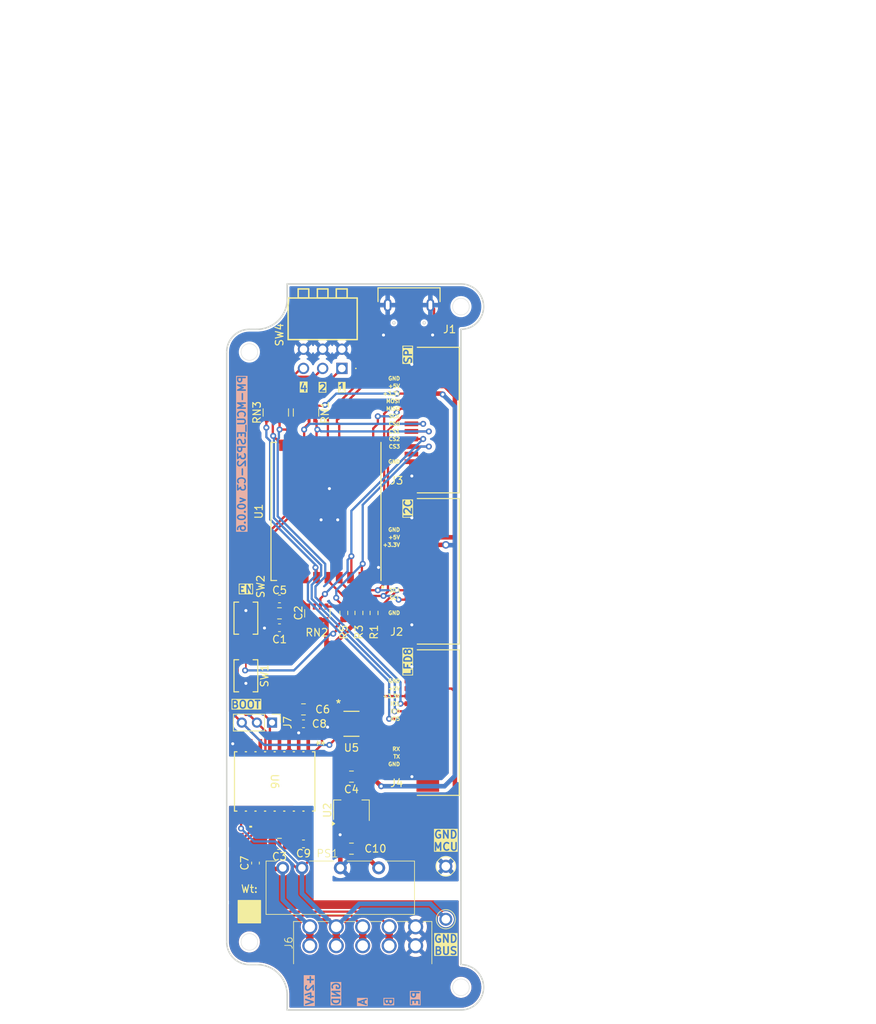
<source format=kicad_pcb>
(kicad_pcb (version 20241229) (generator "pcbnew") (generator_version "9.0")
  (title_block (title "${article} v${version}"))
  (layers (0 "F.Cu" signal) (2 "B.Cu" signal) (13 "F.Paste" user) (15 "B.Paste" user) (5 "F.SilkS" user "F.Silkscreen") (7 "B.SilkS" user "B.Silkscreen") (1 "F.Mask" user) (3 "B.Mask" user) (25 "Edge.Cuts" user))
  (property "article" "PM-MCU_ESP32-C3")
  (property "version" "0.0.6")
  (net 0 "")
  (net 1 "/EN")
  (net 3 "/USB_D+")
  (net 4 "/USB_D-")
  (net 5 "GND_MCU")
  (net 6 "+3.3V_MCU")
  (net 7 "/SCK")
  (net 8 "/CS0")
  (net 9 "/MOSI")
  (net 10 "/MISO")
  (net 11 "/CS1")
  (net 14 "/UART_RX")
  (net 15 "/UART_TX")
  (net 16 "/B")
  (net 17 "/A")
  (net 18 "/CS2")
  (net 19 "/CS3")
  (net 20 "GND_BUS")
  (net 22 "/UART_RTS")
  (net 27 "+3.3V_BUS")
  (net 28 "+24V_BUS")
  (net 29 "PE")
  (net 30 "Net-(R5-Pad1)")
  (net 32 "+5V_MCU")
  (net 34 "Net-(J4-Pin_3)")
  (net 35 "Net-(J4-Pin_2)")
  (net 39 "unconnected-(J2-Pin_2-Pad2)")
  (net 41 "Net-(RN3B-R2.1)")
  (net 43 "Net-(RN3C-R3.1)")
  (net 44 "Net-(RN3D-R4.1)")
  (net 48 "/LED1")
  (net 49 "/LED2")
  (net 50 "/LED0")
  (footprint "kicad_inventree_lib:CONN10_AFA07-S12_JUS" (layer "F.Cu") (at 74 70 90)
    (property "Reference" "J3")
    (property "Value" "AFA07-S12FCC-00")
  )
  (footprint "kicad_inventree_lib:CONN10_AFA07-S12_JUS" (layer "F.Cu") (at 74 90 90)
    (property "Reference" "J2")
    (property "Value" "AFA07-S12FCC-00")
  )
  (footprint "kicad_inventree_lib:SW_TS-1088_XNP-M" (layer "F.Cu") (at 48.54 96.19 -90)
    (property "Reference" "SW2")
    (property "Value" "Button")
  )
  (footprint "kicad_inventree_lib:ESP32-C3-WROOM-02U_EXP" (layer "F.Cu") (at 59.14 82.08 90)
    (property "Reference" "U1")
    (property "Value" "ESP32-C3-WROOM-02U-N4")
  )
  (footprint "Capacitor_SMD:C_0603_1608Metric" (layer "F.Cu") (at 56.16 110.16 180)
    (property "Reference" "C8")
    (property "Value" "100nF")
  )
  (footprint "Capacitor_SMD:C_0603_1608Metric" (layer "F.Cu") (at 52.985 97.46 180)
    (property "Reference" "C1")
    (property "Value" "1uF")
  )
  (footprint "kicad_inventree_lib:DA03BLP" (layer "F.Cu") (at 61.24 63.17 180)
    (property "Reference" "SW4")
    (property "Value" "DIP 3 pos" (hide yes))
  )
  (footprint "Package_TO_SOT_SMD:SOT-89-3" (layer "F.Cu") (at 62.51 121.59 90)
    (property "Reference" "U2")
    (property "Value" "CJA1117B-3.3")
  )
  (footprint "kicad_inventree_lib:CONN5_H83-S1S_XKB" (layer "F.Cu") (at 71.43 57.6518 180)
    (property "Reference" "J1")
    (property "Value" "U254-051T-4BH83-S1S")
    (fp_circle (center 3.299972 0.504008) (end 3.469972 0.504008) (stroke (width 0.1)) (fill no) (layer "Edge.Cuts"))
    (fp_circle (center -0.700028 0.504008) (end -0.530028 0.504008) (stroke (width 0.1)) (fill no) (layer "Edge.Cuts"))
  )
  (footprint "Capacitor_SMD:C_0603_1608Metric" (layer "F.Cu") (at 52.985 93.65 180)
    (property "Reference" "C5")
    (property "Value" "1uF")
  )
  (footprint "Resistor_SMD:R_Array_Convex_4x0603" (layer "F.Cu") (at 58 95.555 90)
    (property "Reference" "RN2")
    (property "Value" "10k")
  )
  (footprint "Capacitor_SMD:C_0805_2012Metric" (layer "F.Cu") (at 62.51 126.67 180)
    (property "Reference" "C10")
    (property "Value" "10uF")
  )
  (footprint "kicad_inventree_lib:SOIC16-WBW_CLG" (layer "F.Cu") (at 52.35 117.78 -90)
    (property "Reference" "U6")
    (property "Value" "CA-IS3098W")
  )
  (footprint "kicad_inventree_lib:CONN10_AFA07-S12_JUS" (layer "F.Cu") (at 74 110 90)
    (property "Reference" "J4")
    (property "Value" "AFA07-S12FCC-00")
  )
  (footprint "kicad_inventree_lib:MountingHole_M2" (layer "F.Cu") (at 49 139)
    (property "Reference" "H2" (hide yes))
    (property "Value" "MountingHole_M2")
    (fp_circle (center 0 0) (end 1.1 0) (stroke (width 0.05)) (fill no) (layer "Edge.Cuts"))
  )
  (footprint "kicad_inventree_lib:15EDGRHC-THR-3.5-10P" (layer "F.Cu") (at 64 137)
    (property "Reference" "J6")
    (property "Value" "15EDGRHC-THR-3.5-10P")
  )
  (footprint "Resistor_SMD:R_0603_1608Metric" (layer "F.Cu") (at 63.5 95.5 90)
    (property "Reference" "R3")
    (property "Value" "3k3")
  )
  (footprint "Capacitor_SMD:C_0805_2012Metric" (layer "F.Cu") (at 52.985 126.035 180)
    (property "Reference" "C3")
    (property "Value" "10uF")
  )
  (footprint "kicad_inventree_lib:DBV6-M" (layer "F.Cu") (at 62.51 110.16)
    (property "Reference" "U5")
    (property "Value" "SN74LVC2G14DBVR")
  )
  (footprint "Capacitor_SMD:C_0603_1608Metric" (layer "F.Cu") (at 56.16 126.035)
    (property "Reference" "C9")
    (property "Value" "100nF")
  )
  (footprint "Capacitor_SMD:C_0805_2012Metric" (layer "F.Cu") (at 56.16 108.255 180)
    (property "Reference" "C6")
    (property "Value" "10uF")
  )
  (footprint "kicad_inventree_lib:MountingHole_M2" (layer "F.Cu") (at 77 145)
    (property "Reference" "H4" (hide yes))
    (property "Value" "MountingHole_M2")
    (fp_circle (center 0 0) (end 1.1 0) (stroke (width 0.05)) (fill no) (layer "Edge.Cuts"))
  )
  (footprint "kicad_inventree_lib:5117" (layer "F.Cu") (at 75 136)
    (property "Reference" "U4" (hide yes))
    (property "Value" "5117" (hide yes))
  )
  (footprint "Resistor_SMD:R_0603_1608Metric" (layer "F.Cu") (at 65.5 95.5 90)
    (property "Reference" "R1")
    (property "Value" "3k3")
  )
  (footprint "Capacitor_SMD:C_0805_2012Metric" (layer "F.Cu") (at 62.51 117.145 180)
    (property "Reference" "C4")
    (property "Value" "22uF")
  )
  (footprint "Capacitor_SMD:C_0805_2012Metric" (layer "F.Cu") (at 52.985 95.555 180)
    (property "Reference" "C2")
    (property "Value" "10uF")
  )
  (footprint "kicad_inventree_lib:SW_TS-1088_XNP-M" (layer "F.Cu") (at 48.54 103.81 90)
    (property "Reference" "SW1")
    (property "Value" "Button")
  )
  (footprint "kicad_inventree_lib:B2405LS-1WR3" (layer "F.Cu") (at 61.0368 129.21)
    (property "Reference" "PS1")
    (property "Value" "24V/5V")
  )
  (footprint "Resistor_SMD:R_0603_1608Metric" (layer "F.Cu") (at 61.5 95.5 90)
    (property "Reference" "R5")
    (property "Value" "330R")
  )
  (footprint "Resistor_SMD:R_Array_Convex_4x0603" (layer "F.Cu") (at 52.5 69 -90)
    (property "Reference" "RN3")
    (property "Value" "10k")
  )
  (footprint "kicad_inventree_lib:MountingHole_M2" (layer "F.Cu") (at 77 55)
    (property "Reference" "H3" (hide yes))
    (property "Value" "MountingHole_M2")
    (fp_circle (center 0 0) (end 1.1 0) (stroke (width 0.05)) (fill no) (layer "Edge.Cuts"))
  )
  (footprint "Resistor_SMD:R_Array_Convex_4x0603" (layer "F.Cu") (at 56.5 69 -90)
    (property "Reference" "RN1")
    (property "Value" "10k")
  )
  (footprint "Connector_PinHeader_2.00mm:PinHeader_1x03_P2.00mm_Vertical" (layer "F.Cu") (at 52 110 -90)
    (property "Reference" "J7")
    (property "Value" "PinHeader_01x03_P2.00_THT_straight")
  )
  (footprint "kicad_inventree_lib:MountingHole_M2" (layer "F.Cu") (at 49 61)
    (property "Reference" "H1" (hide yes))
    (property "Value" "MountingHole_M2")
    (fp_circle (center 0 0) (end 1.1 0) (stroke (width 0.05)) (fill no) (layer "Edge.Cuts"))
  )
  (footprint "Capacitor_SMD:C_0603_1608Metric" (layer "F.Cu") (at 49.81 128.575 90)
    (property "Reference" "C7")
    (property "Value" "1uF")
  )
  (footprint "kicad_inventree_lib:5117" (layer "F.Cu") (at 75 129)
    (property "Reference" "U3" (hide yes))
    (property "Value" "5117" (hide yes))
  )
  (gr_rect (start 47.5 133.5) (end 50.5 136.5) (stroke (width 0.1)) (fill yes) (layer "F.SilkS"))
  (gr_arc (start 49 142) (mid 46.87868 141.12132) (end 46 139) (stroke (width 0.2)) (layer "Edge.Cuts"))
  (gr_arc (start 54 54) (mid 52.828427 56.828427) (end 50 58) (stroke (width 0.2)) (layer "Edge.Cuts"))
  (gr_line (start 54 148) (end 54 146) (stroke (width 0.2)) (layer "Edge.Cuts"))
  (gr_line (start 50 58) (end 49 58) (stroke (width 0.2)) (layer "Edge.Cuts"))
  (gr_line (start 50 142) (end 49 142) (stroke (width 0.2)) (layer "Edge.Cuts"))
  (gr_arc (start 46 61) (mid 46.87868 58.87868) (end 49 58) (stroke (width 0.2)) (layer "Edge.Cuts"))
  (gr_arc (start 50 142) (mid 52.828427 143.171573) (end 54 146) (stroke (width 0.2)) (layer "Edge.Cuts"))
  (gr_line (start 54 52) (end 54 54) (stroke (width 0.2)) (layer "Edge.Cuts"))
  (gr_line (start 77 142) (end 77 58) (stroke (width 0.2)) (layer "Edge.Cuts"))
  (gr_arc (start 77 142) (mid 80 145) (end 77 148) (stroke (width 0.2)) (layer "Edge.Cuts"))
  (gr_line (start 46 61) (end 46 139) (stroke (width 0.2)) (layer "Edge.Cuts"))
  (gr_line (start 77 52) (end 54 52) (stroke (width 0.2)) (layer "Edge.Cuts"))
  (gr_line (start 77 148) (end 54 148) (stroke (width 0.2)) (layer "Edge.Cuts"))
  (gr_arc (start 77 52) (mid 80 55) (end 77 58) (stroke (width 0.2)) (layer "Edge.Cuts"))
  (gr_text "CS3" (at 69 73.5 0) (layer "F.SilkS") (effects (font (size 0.5 0.5) (thickness 0.125) (bold yes)) (justify right)))
  (gr_text "SCK" (at 69 69.5 0) (layer "F.SilkS") (effects (font (size 0.5 0.5) (thickness 0.125) (bold yes)) (justify right)))
  (gr_text "GND" (at 69 104.5 0) (layer "F.SilkS") (effects (font (size 0.5 0.5) (thickness 0.125) (bold yes)) (justify right)))
  (gr_text "Wt:" (at 49 132 0) (layer "F.SilkS") (effects (font (size 1 1))))
  (gr_text "IO0" (at 69 108.5 0) (layer "F.SilkS") (effects (font (size 0.5 0.5) (thickness 0.125) (bold yes)) (justify right)))
  (gr_text "+3.3V" (at 69 106.5 0) (layer "F.SilkS") (effects (font (size 0.5 0.5) (thickness 0.125) (bold yes)) (justify right)))
  (gr_text "LED8" (at 70 100 90) (layer "F.SilkS" knockout) (effects (font (size 1 1) (thickness 0.2) (bold yes)) (justify right)))
  (gr_text "EN" (at 48.54 92.38 0) (layer "F.SilkS" knockout) (effects (font (size 1 1) (thickness 0.2) (bold yes))))
  (gr_text "TX" (at 69 114.5 0) (layer "F.SilkS") (effects (font (size 0.5 0.5) (thickness 0.125) (bold yes)) (justify right)))
  (gr_text "I2C" (at 70 80.376699 90) (layer "F.SilkS" knockout) (effects (font (size 1 1) (thickness 0.2) (bold yes)) (justify right)))
  (gr_text "BOOT" (at 48.54 107.62 0) (layer "F.SilkS" knockout) (effects (font (size 1 1) (thickness 0.2) (bold yes))))
  (gr_text "GND" (at 69 64.5 0) (layer "F.SilkS") (effects (font (size 0.5 0.5) (thickness 0.125) (bold yes)) (justify right)))
  (gr_text "+3.3V" (at 69 86.5 0) (layer "F.SilkS") (effects (font (size 0.5 0.5) (thickness 0.125) (bold yes)) (justify right)))
  (gr_text "CS2" (at 69 72.5 0) (layer "F.SilkS") (effects (font (size 0.5 0.5) (thickness 0.125) (bold yes)) (justify right)))
  (gr_text "GND" (at 69 84.5 0) (layer "F.SilkS") (effects (font (size 0.5 0.5) (thickness 0.125) (bold yes)) (justify right)))
  (gr_text "GND\nMCU" (at 75 127 0) (layer "F.SilkS" knockout) (effects (font (size 1 1) (thickness 0.2)) (justify bottom)))
  (gr_text "IO5" (at 69 109.5 0) (layer "F.SilkS") (effects (font (size 0.5 0.5) (thickness 0.125) (bold yes)) (justify right)))
  (gr_text "4" (at 56.16 65.71 0) (layer "F.SilkS" knockout) (effects (font (size 1 1) (thickness 0.2) (bold yes))))
  (gr_text "GND" (at 69 95.5 0) (layer "F.SilkS") (effects (font (size 0.5 0.5) (thickness 0.125) (bold yes)) (justify right)))
  (gr_text "SDA" (at 69 92.5 0) (layer "F.SilkS") (effects (font (size 0.5 0.5) (thickness 0.125) (bold yes)) (justify right)))
  (gr_text "+5V" (at 69 85.5 0) (layer "F.SilkS") (effects (font (size 0.5 0.5) (thickness 0.125) (bold yes)) (justify right)))
  (gr_text "+3.3V" (at 69 66.5 0) (layer "F.SilkS") (effects (font (size 0.5 0.5) (thickness 0.125) (bold yes)) (justify right)))
  (gr_text "2" (at 58.7 65.71 0) (layer "F.SilkS" knockout) (effects (font (size 1 1) (thickness 0.2) (bold yes))))
  (gr_text "SPI" (at 70 60 90) (layer "F.SilkS" knockout) (effects (font (size 1 1) (thickness 0.2) (bold yes)) (justify right)))
  (gr_text "MISO" (at 69 68.5 0) (layer "F.SilkS") (effects (font (size 0.5 0.5) (thickness 0.125) (bold yes)) (justify right)))
  (gr_text "GND\nBUS" (at 75 138 0) (layer "F.SilkS" knockout) (effects (font (size 1 1) (thickness 0.2)) (justify top)))
  (gr_text "MOSI" (at 69 67.5 0) (layer "F.SilkS") (effects (font (size 0.5 0.5) (thickness 0.125) (bold yes)) (justify right)))
  (gr_text "IO1" (at 69 107.5 0) (layer "F.SilkS") (effects (font (size 0.5 0.5) (thickness 0.125) (bold yes)) (justify right)))
  (gr_text "SCL" (at 69 93.5 0) (layer "F.SilkS") (effects (font (size 0.5 0.5) (thickness 0.125) (bold yes)) (justify right)))
  (gr_text "+5V" (at 69 105.5 0) (layer "F.SilkS") (effects (font (size 0.5 0.5) (thickness 0.125) (bold yes)) (justify right)))
  (gr_text "CS0" (at 69 70.5 0) (layer "F.SilkS") (effects (font (size 0.5 0.5) (thickness 0.125) (bold yes)) (justify right)))
  (gr_text "GND" (at 69 115.5 0) (layer "F.SilkS") (effects (font (size 0.5 0.5) (thickness 0.125) (bold yes)) (justify right)))
  (gr_text "CS1" (at 69 71.5 0) (layer "F.SilkS") (effects (font (size 0.5 0.5) (thickness 0.125) (bold yes)) (justify right)))
  (gr_text "+5V" (at 69 65.5 0) (layer "F.SilkS") (effects (font (size 0.5 0.5) (thickness 0.125) (bold yes)) (justify right)))
  (gr_text "GND" (at 69 75.5 0) (layer "F.SilkS") (effects (font (size 0.5 0.5) (thickness 0.125) (bold yes)) (justify right)))
  (gr_text "RX" (at 69 113.5 0) (layer "F.SilkS") (effects (font (size 0.5 0.5) (thickness 0.125) (bold yes)) (justify right)))
  (gr_text "1" (at 61.24 65.71 0) (layer "F.SilkS" knockout) (effects (font (size 1 1) (thickness 0.2) (bold yes))))
  (gr_text "B" (at 67.5 147.5 90) (layer "B.SilkS" knockout) (effects (font (size 1 1) (thickness 0.2) (bold yes)) (justify right mirror)))
  (gr_text "PE" (at 71 147.5 90) (layer "B.SilkS" knockout) (effects (font (size 1 1) (thickness 0.2) (bold yes)) (justify right mirror)))
  (gr_text "${article} v${version}" (at 48 64 90) (layer "B.SilkS" knockout) (effects (font (size 1 1) (thickness 0.2) (bold yes)) (justify left mirror)))
  (gr_text "GND" (at 60.5 147.5 90) (layer "B.SilkS" knockout) (effects (font (size 1 1) (thickness 0.2) (bold yes)) (justify right mirror)))
  (gr_text "+24V" (at 57 147.5 90) (layer "B.SilkS" knockout) (effects (font (size 1 1) (thickness 0.2) (bold yes)) (justify right mirror)))
  (gr_text "A" (at 64 147.5 90) (layer "B.SilkS" knockout) (effects (font (size 1 1) (thickness 0.2) (bold yes)) (justify right mirror)))
  (segment (start 52.7703 89.7297) (end 49.5133 92.9867) (width 0.3) (layer "F.Cu") (net 1))
  (segment (start 54.7297 89.7297) (end 52.7703 89.7297) (width 0.3) (layer "F.Cu") (net 1))
  (segment (start 49.5133 92.9867) (end 49.5133 97.5027) (width 0.3) (layer "F.Cu") (net 1))
  (segment (start 54.890001 91.1348) (end 54.890001 90.83) (width 0.2) (layer "F.Cu") (net 1))
  (segment (start 49.5133 97.5027) (end 48.54 98.476) (width 0.3) (layer "F.Cu") (net 1))
  (segment (start 54.890001 92.745001) (end 54.890001 90.83) (width 0.3) (layer "F.Cu") (net 1))
  (segment (start 54.890001 90.83) (end 54.890001 89.890001) (width 0.3) (layer "F.Cu") (net 1))
  (segment (start 53.76 97.46) (end 52.744 98.476) (width 0.3) (layer "F.Cu") (net 1))
  (segment (start 56.8 94.655) (end 54.890001 92.745001) (width 0.3) (layer "F.Cu") (net 1))
  (segment (start 52.744 98.476) (end 48.54 98.476) (width 0.3) (layer "F.Cu") (net 1))
  (segment (start 54.890001 89.890001) (end 54.7297 89.7297) (width 0.3) (layer "F.Cu") (net 1))
  (segment (start 59.39 69.14315) (end 70.130028 58.403122) (width 0.3) (layer "F.Cu") (net 3))
  (segment (start 59.39 73.33) (end 59.39 69.14315) (width 0.3) (layer "F.Cu") (net 3))
  (segment (start 70.130028 58.403122) (end 70.130028 57.472908) (width 0.3) (layer "F.Cu") (net 3))
  (segment (start 60.89 70.902842) (end 60.89 72.077293) (width 0.3) (layer "F.Cu") (net 4))
  (segment (start 70.780014 58.719986) (end 60.89 68.61) (width 0.3) (layer "F.Cu") (net 4))
  (segment (start 60.89 70.611348) (end 60.89 70.902842) (width 0.3) (layer "F.Cu") (net 4))
  (segment (start 60.581494 70.011348) (end 60.581494 70.302842) (width 0.3) (layer "F.Cu") (net 4))
  (segment (start 70.780014 57.472908) (end 70.780014 58.719986) (width 0.3) (layer "F.Cu") (net 4))
  (segment (start 60.89 68.61) (end 60.89 69.702842) (width 0.3) (layer "F.Cu") (net 4))
  (segment (start 60.89 72.077293) (end 60.89 73.33) (width 0.3) (layer "F.Cu") (net 4))
  (arc (start 60.735747 70.457095) (mid 60.84482 70.502275) (end 60.89 70.611348) (width 0.3) (layer "F.Cu") (net 4))
  (arc (start 60.581494 70.302842) (mid 60.626674 70.411915) (end 60.735747 70.457095) (width 0.3) (layer "F.Cu") (net 4))
  (arc (start 60.735747 69.857095) (mid 60.626674 69.902275) (end 60.581494 70.011348) (width 0.3) (layer "F.Cu") (net 4))
  (arc (start 60.89 69.702842) (mid 60.84482 69.811915) (end 60.735747 69.857095) (width 0.3) (layer "F.Cu") (net 4))
  (segment (start 59.59 81.12) (end 59.59 80.02) (width 0.2) (layer "F.Cu") (net 5))
  (segment (start 61.01 124.83) (end 61.01 123.54) (width 0.6) (layer "F.Cu") (net 5))
  (segment (start 70.5003 95.556292) (end 70.444 95.499992) (width 0.6) (layer "F.Cu") (net 5))
  (segment (start 71.836698 97.0727) (end 72.614001 97.850003) (width 0.6) (layer "F.Cu") (net 5))
  (segment (start 70.444 75.499992) (end 70.444 77.3422) (width 0.6) (layer "F.Cu") (net 5))
  (segment (start 52.21 97.46) (end 51.04 97.46) (width 0.2) (layer "F.Cu") (net 5))
  (segment (start 47.905 112.954) (end 46.954 112.954) (width 0.3) (layer "F.Cu") (net 5))
  (segment (start 70.5119 117.152) (end 70.5119 115.567892) (width 0.6) (layer "F.Cu") (net 5))
  (segment (start 61.01 117.695) (end 61.01 123.54) (width 0.6) (layer "F.Cu") (net 5))
  (segment (start 61.56 128.6868) (end 61.0368 129.21) (width 0.2) (layer "F.Cu") (net 5))
  (segment (start 67.305027 56.595729) (end 66.815481 57.085275) (width 0.3) (layer "F.Cu") (net 5))
  (segment (start 61.0368 127.1932) (end 61.56 126.67) (width 0.6) (layer "F.Cu") (net 5))
  (segment (start 46.954 112.954) (end 46.8 112.8) (width 0.3) (layer "F.Cu") (net 5))
  (segment (start 72.159098 77.3951) (end 72.614001 77.850003) (width 0.6) (layer "F.Cu") (net 5))
  (segment (start 55.525 112.954) (end 55.525 111.355) (width 0.3) (layer "F.Cu") (net 5))
  (segment (start 60.69 83.1897) (end 60.69 82.22) (width 0.2) (layer "F.Cu") (net 5))
  (segment (start 58.49 83.1898) (end 58.49 82.22) (width 0.2) (layer "F.Cu") (net 5))
  (segment (start 48.54 95.1876) (end 48.54 93.904) (width 0.2) (layer "F.Cu") (net 5))
  (segment (start 51.04 97.46) (end 51 97.5) (width 0.2) (layer "F.Cu") (net 5))
  (segment (start 67.463364 57.733158) (end 66.815481 57.085275) (width 0.2) (layer "F.Cu") (net 5))
  (segment (start 73.25 58.75) (end 73.25 57.279846) (width 0.6) (layer "F.Cu") (net 5))
  (segment (start 55.21 108.255) (end 55.21 109.985) (width 0.3) (layer "F.Cu") (net 5))
  (segment (start 58.49 82.22) (end 58.49 81.12) (width 0.2) (layer "F.Cu") (net 5))
  (segment (start 61.735 117.285) (end 61.735 117.145) (width 0.2) (layer "F.Cu") (net 5))
  (segment (start 46.8 112.8) (end 46.9032 112.9032) (width 0.2) (layer "F.Cu") (net 5))
  (segment (start 70.4969 62.6418) (end 70.4969 64.447108) (width 0.6) (layer "F.Cu") (net 5))
  (segment (start 60.69 81.12) (end 60.69 80.02) (width 0.2) (layer "F.Cu") (net 5))
  (segment (start 70.5119 115.567892) (end 70.444 115.499992) (width 0.6) (layer "F.Cu") (net 5))
  (segment (start 70.444 102.6579) (end 70.4969 102.605) (width 0.2) (layer "F.Cu") (net 5))
  (segment (start 70.444 77.3422) (end 70.4969 77.3951) (width 0.6) (layer "F.Cu") (net 5))
  (segment (start 72.122198 62.6418) (end 72.614001 62.149997) (width 0.6) (layer "F.Cu") (net 5))
  (segment (start 52.21 93.65) (end 52.21 95.38) (width 0.3) (layer "F.Cu") (net 5))
  (segment (start 70.4969 102.605) (end 72.158998 102.605) (width 0.6) (layer "F.Cu") (net 5))
  (segment (start 70.4969 77.3951) (end 72.159098 77.3951) (width 0.6) (layer "F.Cu") (net 5))
  (segment (start 55.525 112.903) (end 55.525 112.9032) (width 0.2) (layer "F.Cu") (net 5))
  (segment (start 70.5003 82.9257) (end 71.838298 82.9257) (width 0.6) (layer "F.Cu") (net 5))
  (segment (start 70.444 62.6947) (end 70.4969 62.6418) (width 0.2) (layer "F.Cu") (net 5))
  (segment (start 70.4969 104.447108) (end 70.444 104.500008) (width 0.6) (layer "F.Cu") (net 5))
  (segment (start 61.56 117.145) (end 61.01 117.695) (width 0.6) (layer "F.Cu") (net 5))
  (segment (start 48.54 104.812) (end 48.54 106.096) (width 0.2) (layer "F.Cu") (net 5))
  (segment (start 70.5003 82.9257) (end 70.5003 84.443708) (width 0.6) (layer "F.Cu") (net 5))
  (segment (start 52.035 95.555) (end 52.035 97.285) (width 0.3) (layer "F.Cu") (net 5))
  (segment (start 66.75 58.7579) (end 67.030031 58.477869) (width 0.6) (layer "F.Cu") (net 5))
  (segment (start 59.79 110.16) (end 61.04315 110.16) (width 0.3) (layer "F.Cu") (net 5))
  (segment (start 61.0368 129.21) (end 61.0368 127.1932) (width 0.6) (layer "F.Cu") (net 5))
  (segment (start 71.838298 82.9257) (end 72.614001 82.149997) (width 0.6) (layer "F.Cu") (net 5))
  (segment (start 73.444579 55.287342) (end 72.955029 54.797792) (width 0.3) (layer "F.Cu") (net 5))
  (segment (start 59.59 80.02) (end 59.59 79.0624) (width 0.2) (layer "F.Cu") (net 5))
  (segment (start 68.569806 57.733158) (end 67.463364 57.733158) (width 0.2) (layer "F.Cu") (net 5))
  (segment (start 70.5003 97.0727) (end 71.836698 97.0727) (width 0.6) (layer "F.Cu") (net 5))
  (segment (start 70.5003 84.443708) (end 70.444 84.500008) (width 0.6) (layer "F.Cu") (net 5))
  (segment (start 61.56 126.67) (end 61.56 125.38) (width 0.6) (layer "F.Cu") (net 5))
  (segment (start 70.5119 117.152) (end 71.915998 117.152) (width 0.6) (layer "F.Cu") (net 5))
  (segment (start 55.385 110.16) (end 55.385 111.215) (width 0.3) (layer "F.Cu") (net 5))
  (segment (start 59.59 82.22) (end 59.59 81.12) (width 0.2) (layer "F.Cu") (net 5))
  (segment (start 68.830056 57.472908) (end 68.569806 57.733158) (width 0.2) (layer "F.Cu") (net 5))
  (segment (start 59.35 110.6) (end 59.79 110.16) (width 0.3) (layer "F.Cu") (net 5))
  (segment (start 55.21 109.985) (end 55.385 110.16) (width 0.3) (layer "F.Cu") (net 5))
  (segment (start 72.158998 102.605) (end 72.614001 102.149997) (width 0.6) (layer "F.Cu") (net 5))
  (segment (start 73.25 57.279846) (end 73.444579 57.085267) (width 0.6) (layer "F.Cu") (net 5))
  (segment (start 67.305027 54.797792) (end 67.305027 56.595729) (width 0.3) (layer "F.Cu") (net 5))
  (segment (start 52.035 97.285) (end 52.21 97.46) (width 0.3) (layer "F.Cu") (net 5))
  (segment (start 65.39 90.83) (end 65.39 90.1818) (width 0.2) (layer "F.Cu") (net 5))
  (segment (start 73.444579 57.085267) (end 73.444579 55.287342) (width 0.3) (layer "F.Cu") (net 5))
  (segment (start 52.21 95.38) (end 52.035 95.555) (width 0.3) (layer "F.Cu") (net 5))
  (segment (start 67.030031 58.477869) (end 67.030031 57.885379) (width 0.6) (layer "F.Cu") (net 5))
  (segment (start 58.49 81.12) (end 58.49 80.02) (width 0.2) (layer "F.Cu") (net 5))
  (segment (start 60.69 82.22) (end 60.69 81.12) (width 0.2) (layer "F.Cu") (net 5))
  (segment (start 70.444 82.982) (end 70.5003 82.9257) (width 0.2) (layer "F.Cu") (net 5))
  (segment (start 70.4969 102.605) (end 70.4969 104.447108) (width 0.6) (layer "F.Cu") (net 5))
  (segment (start 71.915998 117.152) (end 72.614001 117.850003) (width 0.6) (layer "F.Cu") (net 5))
  (segment (start 70.4969 62.6418) (end 72.122198 62.6418) (width 0.6) (layer "F.Cu") (net 5))
  (segment (start 72.068903 77.3951) (end 72.614001 76.850002) (width 0.2) (layer "F.Cu") (net 5))
  (segment (start 61.56 125.38) (end 61.01 124.83) (width 0.6) (layer "F.Cu") (net 5))
  (segment (start 70.5003 97.0727) (end 70.591 97.0727) (width 0.2) (layer "F.Cu") (net 5))
  (segment (start 65.39 90.1818) (end 66.0883 89.4835) (width 0.2) (layer "F.Cu") (net 5))
  (segment (start 55.525 111.355) (end 55.385 111.215) (width 0.2) (layer "F.Cu") (net 5))
  (segment (start 70.5003 97.0727) (end 70.5003 95.556292) (width 0.6) (layer "F.Cu") (net 5))
  (segment (start 70.4969 64.447108) (end 70.444 64.500008) (width 0.6) (layer "F.Cu") (net 5))
  (via (at 70.4969 62.6418) (size 0.8) (drill 0.4) (layers "F.Cu" "B.Cu") (net 5))
  (via (at 51 97.5) (size 0.8) (drill 0.4) (layers "F.Cu" "B.Cu") (net 5))
  (via (at 59.59 79.0624) (size 0.8) (drill 0.4) (layers "F.Cu" "B.Cu") (net 5))
  (via (at 70.4969 102.605) (size 0.8) (drill 0.4) (layers "F.Cu" "B.Cu") (net 5))
  (via (at 46.8 112.8) (size 0.8) (drill 0.4) (layers "F.Cu" "B.Cu") (net 5))
  (via (at 48.54 104.812) (size 0.8) (drill 0.4) (layers "F.Cu" "B.Cu") (net 5))
  (via (at 70.4969 77.3951) (size 0.8) (drill 0.4) (layers "F.Cu" "B.Cu") (net 5))
  (via (at 70.5003 82.9257) (size 0.8) (drill 0.4) (layers "F.Cu" "B.Cu") (net 5))
  (via (at 60.69 83.1897) (size 0.8) (drill 0.4) (layers "F.Cu" "B.Cu") (net 5))
  (via (at 61.01 124.83) (size 0.8) (drill 0.4) (layers "F.Cu" "B.Cu") (net 5))
  (via (at 48.54 95.1876) (size 0.8) (drill 0.4) (layers "F.Cu" "B.Cu") (net 5))
  (via (at 66.0883 89.4835) (size 0.8) (drill 0.4) (layers "F.Cu" "B.Cu") (net 5))
  (via (at 55.525 111.355) (size 0.8) (drill 0.4) (layers "F.Cu" "B.Cu") (net 5))
  (via (at 66.75 58.7579) (size 0.8) (drill 0.4) (layers "F.Cu" "B.Cu") (net 5))
  (via (at 58.49 83.1898) (size 0.8) (drill 0.4) (layers "F.Cu" "B.Cu") (net 5))
  (via (at 70.5003 97.0727) (size 0.8) (drill 0.4) (layers "F.Cu" "B.Cu") (net 5))
  (via (at 73.25 58.75) (size 0.8) (drill 0.4) (layers "F.Cu" "B.Cu") (net 5))
  (via (at 59.35 110.6) (size 0.8) (drill 0.4) (layers "F.Cu" "B.Cu") (net 5))
  (via (at 70.5119 117.152) (size 0.8) (drill 0.4) (layers "F.Cu" "B.Cu") (net 5))
  (segment (start 70.444 106.500004) (end 64.241234 106.500004) (width 0.3) (layer "F.Cu") (net 6))
  (segment (start 62.84 110.16) (end 62.6 110.4) (width 0.3) (layer "F.Cu") (net 6))
  (segment (start 59.2 99.5) (end 59.2 104.700492) (width 0.6) (layer "F.Cu") (net 6))
  (segment (start 59.2 96.455) (end 59.2 99.5) (width 0.6) (layer "F.Cu") (net 6))
  (segment (start 64.241234 106.500004) (end 62.6 108.141238) (width 0.3) (layer "F.Cu") (net 6))
  (segment (start 53.935 93.825) (end 53.76 93.65) (width 0.6) (layer "F.Cu") (net 6))
  (segment (start 60.325 99.5) (end 59.2 99.5) (width 0.6) (layer "F.Cu") (net 6))
  (segment (start 53.935 95.555) (end 53.935 93.825) (width 0.6) (layer "F.Cu") (net 6))
  (segment (start 56.795 111.624) (end 56.935 111.484) (width 0.3) (layer "F.Cu") (net 6))
  (segment (start 70.444 66.500004) (end 74.476004 66.500004) (width 0.6) (layer "F.Cu") (net 6))
  (segment (start 62.6 110.4) (end 62.6 108.141238) (width 0.6) (layer "F.Cu") (net 6))
  (segment (start 53.935 95.555) (end 55.9 95.555) (width 0.6) (layer "F.Cu") (net 6))
  (segment (start 61.189508 106.730746) (end 61.189508 106.69) (width 0.6) (layer "F.Cu") (net 6))
  (segment (start 74.999993 86.5) (end 75 86.500007) (width 0.6) (layer "F.Cu") (net 6))
  (segment (start 74.476004 66.500004) (end 74.575 66.599) (width 0.6) (layer "F.Cu") (net 6))
  (segment (start 56.935 109.525) (end 57.11 109.35) (width 0.3) (layer "F.Cu") (net 6))
  (segment (start 57.11 109.35) (end 57.11 108.255) (width 0.3) (layer "F.Cu") (net 6))
  (segment (start 63.46 117.145) (end 65.177 117.145) (width 0.6) (layer "F.Cu") (net 6))
  (segment (start 63.285 117.145) (end 62.6 116.46) (width 0.6) (layer "F.Cu") (net 6))
  (segment (start 68.5203 66.5) (end 70.444 66.5) (width 0.3) (layer "F.Cu") (net 6))
  (segment (start 62.6 116.46) (end 62.6 110.4) (width 0.6) (layer "F.Cu") (net 6))
  (segment (start 55.3 68.1) (end 57.7 68.1) (width 0.3) (layer "F.Cu") (net 6))
  (segment (start 63.285 117.145) (end 63.0347 116.895) (width 0.3) (layer "F.Cu") (net 6))
  (segment (start 57.11 108.255) (end 58.675 106.69) (width 0.6) (layer "F.Cu") (net 6))
  (segment (start 62.6 108.141238) (end 61.189508 106.730746) (width 0.6) (layer "F.Cu") (net 6))
  (segment (start 63.5 96.325) (end 60.325 99.5) (width 0.6) (layer "F.Cu") (net 6))
  (segment (start 56.8 96.455) (end 59.2 96.455) (width 0.6) (layer "F.Cu") (net 6))
  (segment (start 63.97685 110.16) (end 62.84 110.16) (width 0.3) (layer "F.Cu") (net 6))
  (segment (start 53.76 91.199998) (end 53.390002 90.83) (width 0.6) (layer "F.Cu") (net 6))
  (segment (start 58.675 106.69) (end 61.189508 106.69) (width 0.6) (layer "F.Cu") (net 6))
  (segment (start 65.177 117.145) (end 66.447 118.415) (width 0.6) (layer "F.Cu") (net 6))
  (segment (start 62.51 123.4525) (end 62.51 118.725793) (width 0.6) (layer "F.Cu") (net 6))
  (segment (start 55.9 95.555) (end 56.8 96.455) (width 0.6) (layer "F.Cu") (net 6))
  (segment (start 70.444004 86.5) (end 74.999993 86.5) (width 0.6) (layer "F.Cu") (net 6))
  (segment (start 70.444 86.500004) (end 70.444004 86.5) (width 0.6) (layer "F.Cu") (net 6))
  (segment (start 57.7 68.1) (end 58.9 68.1) (width 0.3) (layer "F.Cu") (net 6))
  (segment (start 62.51 118.725793) (end 63.285 117.950793) (width 0.6) (layer "F.Cu") (net 6))
  (segment (start 58.9 68.1) (end 59 68) (width 0.3) (layer "F.Cu") (net 6))
  (segment (start 56.795 112.9032) (end 56.795 111.624) (width 0.3) (layer "F.Cu") (net 6))
  (segment (start 65.5 96.325) (end 63.5 96.325) (width 0.6) (layer "F.Cu") (net 6))
  (segment (start 63.285 117.950793) (end 63.285 117.145) (width 0.6) (layer "F.Cu") (net 6))
  (segment (start 62.51 123.452) (end 62.51 123.4525) (width 0.3) (layer "F.Cu") (net 6))
  (segment (start 53.76 93.65) (end 53.76 91.199998) (width 0.6) (layer "F.Cu") (net 6))
  (segment (start 56.935 111.484) (end 56.935 109.525) (width 0.3) (layer "F.Cu") (net 6))
  (segment (start 59.2 104.700492) (end 61.189508 106.69) (width 0.6) (layer "F.Cu") (net 6))
  (via (at 74.588 66.612) (size 0.8) (drill 0.4) (layers "F.Cu" "B.Cu") (net 6))
  (via (at 59 68) (size 0.8) (drill 0.4) (layers "F.Cu" "B.Cu") (net 6))
  (via (at 75 86.500007) (size 1) (drill 0.6) (layers "F.Cu" "B.Cu") (net 6))
  (via (at 66.447 118.415) (size 0.8) (drill 0.4) (layers "F.Cu" "B.Cu") (net 6))
  (via (at 68.5203 66.5) (size 0.8) (drill 0.4) (layers "F.Cu" "B.Cu") (net 6))
  (segment (start 76.2 86.738) (end 76.2 68.224) (width 0.6) (layer "B.Cu") (net 6))
  (segment (start 75.037993 86.538) (end 75.238 86.538) (width 0.3) (layer "B.Cu") (net 6))
  (segment (start 76 86.538) (end 76.2 86.738) (width 0.6) (layer "B.Cu") (net 6))
  (segment (start 76.2 117.044) (end 76.2 86.738) (width 0.6) (layer "B.Cu") (net 6))
  (segment (start 66.447 118.415) (end 74.829 118.415) (width 0.6) (layer "B.Cu") (net 6))
  (segment (start 76.2 68.224) (end 74.588 66.612) (width 0.6) (layer "B.Cu") (net 6))
  (segment (start 75.037993 86.538) (end 76 86.538) (width 0.6) (layer "B.Cu") (net 6))
  (segment (start 74.588 66.612) (end 74.575 66.599) (width 0.6) (layer "B.Cu") (net 6))
  (segment (start 68.5203 66.5) (end 60.5 66.5) (width 0.3) (layer "B.Cu") (net 6))
  (segment (start 74.829 118.415) (end 76.2 117.044) (width 0.6) (layer "B.Cu") (net 6))
  (segment (start 60.5 66.5) (end 59 68) (width 0.3) (layer "B.Cu") (net 6))
  (segment (start 75 86.500007) (end 75.037993 86.538) (width 0.6) (layer "B.Cu") (net 6))
  (segment (start 68.75 93.75) (end 70.193996 93.75) (width 0.3) (layer "F.Cu") (net 7))
  (segment (start 71.2632 93.5) (end 70.444 93.5) (width 0.2) (layer "F.Cu") (net 7))
  (segment (start 63.5 94.675) (end 63.5 93.25) (width 0.3) (layer "F.Cu") (net 7))
  (segment (start 59.39 90.83) (end 59.39 91.2258) (width 0.3) (layer "F.Cu") (net 7))
  (segment (start 67.3403 71.402) (end 69.2423 69.5) (width 0.3) (layer "F.Cu") (net 7))
  (segment (start 66.75 93.25) (end 67.3403 92.6597) (width 0.3) (layer "F.Cu") (net 7))
  (segment (start 70.193996 93.75) (end 70.444 93.499996) (width 0.3) (layer "F.Cu") (net 7))
  (segment (start 59.39 91.2258) (end 61.4142 93.25) (width 0.3) (layer "F.Cu") (net 7))
  (segment (start 69.2423 69.5) (end 70.444 69.5) (width 0.3) (layer "F.Cu") (net 7))
  (segment (start 61.4142 93.25) (end 63.5 93.25) (width 0.3) (layer "F.Cu") (net 7))
  (segment (start 63.5 93.25) (end 66.75 93.25) (width 0.3) (layer "F.Cu") (net 7))
  (segment (start 67.3403 92.6597) (end 67.3403 71.402) (width 0.3) (layer "F.Cu") (net 7))
  (via (at 68.75 93.75) (size 0.8) (drill 0.4) (layers "F.Cu" "B.Cu") (net 7))
  (via (at 66.75 93.25) (size 0.8) (drill 0.4) (layers "F.Cu" "B.Cu") (net 7))
  (segment (start 68.25 93.25) (end 68.75 93.75) (width 0.3) (layer "B.Cu") (net 7))
  (segment (start 66.75 93.25) (end 68.25 93.25) (width 0.3) (layer "B.Cu") (net 7))
  (segment (start 56.389998 73.33) (end 56.25 73.190002) (width 0.3) (layer "F.Cu") (net 8))
  (segment (start 56.25 71.052) (end 56.9 70.402) (width 0.3) (layer "F.Cu") (net 8))
  (segment (start 56.25 73.190002) (end 56.25 71.052) (width 0.3) (layer "F.Cu") (net 8))
  (segment (start 70.444 70.5) (end 72 70.5) (width 0.3) (layer "F.Cu") (net 8))
  (segment (start 56.9 70.402) (end 56.9 69.9) (width 0.3) (layer "F.Cu") (net 8))
  (via (at 56.25 71.25) (size 0.8) (drill 0.4) (layers "F.Cu" "B.Cu") (net 8))
  (via (at 72 70.5) (size 0.8) (drill 0.4) (layers "F.Cu" "B.Cu") (net 8))
  (segment (start 56.25 71.25) (end 57 70.5) (width 0.3) (layer "B.Cu") (net 8))
  (segment (start 57 70.5) (end 72 70.5) (width 0.3) (layer "B.Cu") (net 8))
  (segment (start 60.89 91.225798) (end 60.89 90.83) (width 0.3) (layer "F.Cu") (net 9))
  (segment (start 68.5 92.562075) (end 68.5 92.5) (width 0.3) (layer "F.Cu") (net 9))
  (segment (start 66.387075 94.675) (end 68.5 92.562075) (width 0.3) (layer "F.Cu") (net 9))
  (segment (start 70.443998 92.5) (end 70.444 92.499998) (width 0.3) (layer "F.Cu") (net 9))
  (segment (start 68.499998 67.500002) (end 66.8393 69.1607) (width 0.3) (layer "F.Cu") (net 9))
  (segment (start 65.5 94.675) (end 66.387075 94.675) (width 0.3) (layer "F.Cu") (net 9))
  (segment (start 66.8393 91.6607) (end 66.000002 92.499998) (width 0.3) (layer "F.Cu") (net 9))
  (segment (start 66 92.499998) (end 62.1642 92.499998) (width 0.3) (layer "F.Cu") (net 9))
  (segment (start 62.1642 92.499998) (end 60.89 91.225798) (width 0.3) (layer "F.Cu") (net 9))
  (segment (start 68.5 92.5) (end 70.443998 92.5) (width 0.3) (layer "F.Cu") (net 9))
  (segment (start 70.444 67.500002) (end 68.499998 67.500002) (width 0.3) (layer "F.Cu") (net 9))
  (segment (start 66.000002 92.499998) (end 66 92.499998) (width 0.3) (layer "F.Cu") (net 9))
  (segment (start 66.8393 69.1607) (end 66.8393 91.6607) (width 0.3) (layer "F.Cu") (net 9))
  (via (at 68.5 92.5) (size 0.8) (drill 0.4) (layers "F.Cu" "B.Cu") (net 9))
  (via (at 66 92.499998) (size 0.8) (drill 0.4) (layers "F.Cu" "B.Cu") (net 9))
  (segment (start 66 92.499998) (end 68.499998 92.499998) (width 0.3) (layer "B.Cu") (net 9))
  (segment (start 68.499998 92.499998) (end 68.5 92.5) (width 0.3) (layer "B.Cu") (net 9))
  (segment (start 69 68.5) (end 70.444 68.5) (width 0.3) (layer "F.Cu") (net 10))
  (segment (start 66 70.5) (end 65.389998 71.110002) (width 0.3) (layer "F.Cu") (net 10))
  (segment (start 65.389998 71.110002) (end 65.389998 73.33) (width 0.3) (layer "F.Cu") (net 10))
  (segment (start 68.5 69) (end 69 68.5) (width 0.3) (layer "F.Cu") (net 10))
  (segment (start 66 69.5) (end 66 70.5) (width 0.3) (layer "F.Cu") (net 10))
  (via (at 66 69.5) (size 0.8) (drill 0.4) (layers "F.Cu" "B.Cu") (net 10))
  (via (at 68.5 69) (size 0.8) (drill 0.4) (layers "F.Cu" "B.Cu") (net 10))
  (segment (start 68 69.5) (end 68.5 69) (width 0.3) (layer "B.Cu") (net 10))
  (segment (start 66 69.5) (end 68 69.5) (width 0.3) (layer "B.Cu") (net 10))
  (segment (start 70.444 71.5) (end 72.75 71.5) (width 0.3) (layer "F.Cu") (net 11))
  (segment (start 57.89 70.09) (end 57.7 69.9) (width 0.3) (layer "F.Cu") (net 11))
  (segment (start 57.89 73.33) (end 57.89 70.09) (width 0.3) (layer "F.Cu") (net 11))
  (via (at 72.75 71.5) (size 0.8) (drill 0.4) (layers "F.Cu" "B.Cu") (net 11))
  (via (at 58 71.25) (size 0.8) (drill 0.4) (layers "F.Cu" "B.Cu") (net 11))
  (segment (start 58 71.25) (end 58.251 71.25) (width 0.3) (layer "B.Cu") (net 11))
  (segment (start 58.501 71.5) (end 72.75 71.5) (width 0.3) (layer "B.Cu") (net 11))
  (segment (start 58.251 71.25) (end 58.501 71.5) (width 0.3) (layer "B.Cu") (net 11))
  (segment (start 48.974 108.974) (end 48.51548 108.974) (width 0.3) (layer "F.Cu") (net 14))
  (segment (start 51.1227 111.1227) (end 51.1227 114.0797) (width 0.3) (layer "F.Cu") (net 14))
  (segment (start 62.477094 74.619706) (end 63.130294 74.619706) (width 0.3) (layer "F.Cu") (net 14))
  (segment (start 63.889999 73.860001) (end 63.889999 73.33) (width 0.3) (layer "F.Cu") (net 14))
  (segment (start 50 110) (end 51.1227 111.1227) (width 0.3) (layer "F.Cu") (net 14))
  (segment (start 58.6 112.880925) (end 57.401225 114.0797) (width 0.3) (layer "F.Cu") (net 14))
  (segment (start 48.51548 108.974) (end 46.952 107.410521) (width 0.3) (layer "F.Cu") (net 14))
  (segment (start 46.952 90.1448) (end 62.477094 74.619706) (width 0.3) (layer "F.Cu") (net 14))
  (segment (start 58.6 109.8) (end 58.6 112.880925) (width 0.3) (layer "F.Cu") (net 14))
  (segment (start 53.5773 114.0797) (end 54.255 113.402) (width 0.3) (layer "F.Cu") (net 14))
  (segment (start 59.190001 109.209999) (end 58.6 109.8) (width 0.3) (layer "F.Cu") (net 14))
  (segment (start 63.130294 74.619706) (end 63.889999 73.860001) (width 0.3) (layer "F.Cu") (net 14))
  (segment (start 54.9327 114.0797) (end 54.255 113.402) (width 0.3) (layer "F.Cu") (net 14))
  (segment (start 61.04315 109.209999) (end 59.190001 109.209999) (width 0.3) (layer "F.Cu") (net 14))
  (segment (start 57.401225 114.0797) (end 54.9327 114.0797) (width 0.3) (layer "F.Cu") (net 14))
  (segment (start 51.1227 114.0797) (end 53.5773 114.0797) (width 0.3) (layer "F.Cu") (net 14))
  (segment (start 54.255 113.402) (end 54.255 112.954) (width 0.3) (layer "F.Cu") (net 14))
  (segment (start 46.952 107.410521) (end 46.952 90.1448) (width 0.3) (layer "F.Cu") (net 14))
  (segment (start 50 110) (end 48.974 108.974) (width 0.3) (layer "F.Cu") (net 14))
  (segment (start 61.04315 111.110001) (end 61.04315 111.49985) (width 0.3) (layer "F.Cu") (net 15))
  (segment (start 61.04315 111.49985) (end 59.589 112.954) (width 0.3) (layer "F.Cu") (net 15))
  (segment (start 62.389999 73.99828) (end 46.451 89.93728) (width 0.3) (layer "F.Cu") (net 15))
  (segment (start 50.445 112.445) (end 50.445 112.954) (width 0.2) (layer "F.Cu") (net 15))
  (segment (start 46.451 108.451) (end 48 110) (width 0.3) (layer "F.Cu") (net 15))
  (segment (start 62.389999 73.33) (end 62.389999 73.99828) (width 0.3) (layer "F.Cu") (net 15))
  (segment (start 46.451 89.93728) (end 46.451 108.451) (width 0.3) (layer "F.Cu") (net 15))
  (segment (start 50.445 112.445) (end 48 110) (width 0.3) (layer "F.Cu") (net 15))
  (via (at 59.589 112.954) (size 0.8) (drill 0.4) (layers "F.Cu" "B.Cu") (net 15))
  (segment (start 50.954 112.954) (end 59.589 112.954) (width 0.3) (layer "B.Cu") (net 15))
  (segment (start 48 110) (end 50.954 112.954) (width 0.3) (layer "B.Cu") (net 15))
  (segment (start 46.952 127.25652) (end 49.97582 124.2327) (width 0.3) (layer "F.Cu") (net 16))
  (segment (start 52.17 123.869) (end 52.985 123.054) (width 0.3) (layer "F.Cu") (net 16))
  (segment (start 49.97582 124.2327) (end 51.24482 124.2327) (width 0.3) (layer "F.Cu") (net 16))
  (segment (start 51.60852 123.869) (end 52.17 123.869) (width 0.3) (layer "F.Cu") (net 16))
  (segment (start 67.5 137) (end 67.5 139.5) (width 1) (layer "F.Cu") (net 16))
  (segment (start 67.5 137) (end 65.499 134.999) (width 0.3) (layer "F.Cu") (net 16))
  (segment (start 48.70752 134.999) (end 46.952 133.24348) (width 0.3) (layer "F.Cu") (net 16))
  (segment (start 51.24482 124.2327) (end 51.60852 123.869) (width 0.3) (layer "F.Cu") (net 16))
  (segment (start 65.499 134.999) (end 48.70752 134.999) (width 0.3) (layer "F.Cu") (net 16))
  (segment (start 46.952 133.24348) (end 46.952 127.25652) (width 0.3) (layer "F.Cu") (net 16))
  (segment (start 52.985 123.054) (end 52.985 122.606) (width 0.3) (layer "F.Cu") (net 16))
  (segment (start 51.715 122.657) (end 51.715 122.6568) (width 0.2) (layer "F.Cu") (net 17))
  (segment (start 49.7683 123.7317) (end 51.0373 123.7317) (width 0.3) (layer "F.Cu") (net 17))
  (segment (start 51.715 123.054) (end 51.715 122.606) (width 0.3) (layer "F.Cu") (net 17))
  (segment (start 64 137) (end 64 139.5) (width 1) (layer "F.Cu") (net 17))
  (segment (start 46.451 133.451) (end 46.451 127.049) (width 0.3) (layer "F.Cu") (net 17))
  (segment (start 51.0373 123.7317) (end 51.715 123.054) (width 0.3) (layer "F.Cu") (net 17))
  (segment (start 62.5 135.5) (end 48.5 135.5) (width 0.3) (layer "F.Cu") (net 17))
  (segment (start 48.5 135.5) (end 46.451 133.451) (width 0.3) (layer "F.Cu") (net 17))
  (segment (start 46.451 127.049) (end 49.7683 123.7317) (width 0.3) (layer "F.Cu") (net 17))
  (segment (start 64 137) (end 62.5 135.5) (width 0.3) (layer "F.Cu") (net 17))
  (segment (start 58.4 93.6) (end 59 93) (width 0.3) (layer "F.Cu") (net 18))
  (segment (start 70.444 72.499998) (end 71.999998 72.499998) (width 0.3) (layer "F.Cu") (net 18))
  (segment (start 62.5 88) (end 62.5 90.720002) (width 0.3) (layer "F.Cu") (net 18))
  (segment (start 71.999998 72.499998) (end 72 72.5) (width 0.3) (layer "F.Cu") (net 18))
  (segment (start 62.5 90.720002) (end 62.390002 90.83) (width 0.3) (layer "F.Cu") (net 18))
  (segment (start 58.4 94.655) (end 58.4 93.6) (width 0.3) (layer "F.Cu") (net 18))
  (via (at 62.5 88) (size 0.8) (drill 0.4) (layers "F.Cu" "B.Cu") (net 18))
  (via (at 72 72.5) (size 0.8) (drill 0.4) (layers "F.Cu" "B.Cu") (net 18))
  (via (at 59 93) (size 0.8) (drill 0.4) (layers "F.Cu" "B.Cu") (net 18))
  (segment (start 62.5 88) (end 62.5 82) (width 0.3) (layer "B.Cu") (net 18))
  (segment (start 62 90) (end 59 93) (width 0.3) (layer "B.Cu") (net 18))
  (segment (start 62.5 82) (end 72 72.5) (width 0.3) (layer "B.Cu") (net 18))
  (segment (start 62.5 88) (end 62 88.5) (width 0.3) (layer "B.Cu") (net 18))
  (segment (start 62 88.5) (end 62 90) (width 0.3) (layer "B.Cu") (net 18))
  (segment (start 63.890001 90.83) (end 63.890001 89.109999) (width 0.3) (layer "F.Cu") (net 19))
  (segment (start 60.5 93.675) (end 61.5 94.675) (width 0.3) (layer "F.Cu") (net 19))
  (segment (start 70.444 73.499996) (end 72.749996 73.499996) (width 0.3) (layer "F.Cu") (net 19))
  (segment (start 72.749996 73.499996) (end 72.75 73.5) (width 0.3) (layer "F.Cu") (net 19))
  (segment (start 59.2 94.655) (end 61.48 94.655) (width 0.3) (layer "F.Cu") (net 19))
  (segment (start 61.48 94.655) (end 61.5 94.675) (width 0.3) (layer "F.Cu") (net 19))
  (segment (start 60.5 93.5) (end 60.5 93.675) (width 0.3) (layer "F.Cu") (net 19))
  (segment (start 63.890001 89.109999) (end 64 89) (width 0.3) (layer "F.Cu") (net 19))
  (via (at 60.5 93.5) (size 0.8) (drill 0.4) (layers "F.Cu" "B.Cu") (net 19))
  (via (at 72.75 73.5) (size 0.8) (drill 0.4) (layers "F.Cu" "B.Cu") (net 19))
  (via (at 64 89) (size 0.8) (drill 0.4) (layers "F.Cu" "B.Cu") (net 19))
  (segment (start 64 81.20852) (end 64 89) (width 0.3) (layer "B.Cu") (net 19))
  (segment (start 71.70852 73.5) (end 64 81.20852) (width 0.3) (layer "B.Cu") (net 19))
  (segment (start 60.5 92.5) (end 60.5 93.5) (width 0.3) (layer "B.Cu") (net 19))
  (segment (start 64 89) (end 60.5 92.5) (width 0.3) (layer "B.Cu") (net 19))
  (segment (start 72.75 73.5) (end 71.70852 73.5) (width 0.3) (layer "B.Cu") (net 19))
  (segment (start 47.905 122.6568) (end 48 122.7518) (width 0.2) (layer "F.Cu") (net 20))
  (segment (start 56.935 126.035) (end 56.935 128.2318) (width 0.3) (layer "F.Cu") (net 20))
  (segment (start 47.905 124) (end 47.905 122.606) (width 0.3) (layer "F.Cu") (net 20))
  (segment (start 56.935 126.035) (end 55.525 124.625) (width 0.3) (layer "F.Cu") (net 20))
  (segment (start 60.5 137) (end 60.5 139.5) (width 1) (layer "F.Cu") (net 20))
  (segment (start 56.935 128.2318) (end 55.9568 129.21) (width 0.3) (layer "F.Cu") (net 20))
  (segment (start 55.21 129.21) (end 52.035 126.035) (width 0.3) (layer "F.Cu") (net 20))
  (segment (start 49.175 122.657) (end 49.175 122.6568) (width 0.2) (layer "F.Cu") (net 20))
  (segment (start 49.175 122.606) (end 47.905 122.606) (width 0.3) (layer "F.Cu") (net 20))
  (segment (start 55.525 122.657) (end 55.525 122.6568) (width 0.2) (layer "F.Cu") (net 20))
  (segment (start 50.27 127.8) (end 52.035 126.035) (width 0.3) (layer "F.Cu") (net 20))
  (segment (start 51.805 125.805) (end 52.17 126.17) (width 0.6) (layer "F.Cu") (net 20))
  (segment (start 55.9568 129.21) (end 55.21 129.21) (width 0.3) (layer "F.Cu") (net 20))
  (segment (start 55.525 124.625) (end 55.525 122.606) (width 0.3) (layer "F.Cu") (net 20))
  (segment (start 49.81 127.8) (end 50.27 127.8) (width 0.3) (layer "F.Cu") (net 20))
  (via (at 47.905 124) (size 0.8) (drill 0.4) (layers "F.Cu" "B.Cu") (net 20))
  (segment (start 72.956 133.956) (end 63.544 133.956) (width 0.6) (layer "B.Cu") (net 20))
  (segment (start 49.623 125.718) (end 52.4648 125.718) (width 0.3) (layer "B.Cu") (net 20))
  (segment (start 52.4648 125.718) (end 55.9568 129.21) (width 0.3) (layer "B.Cu") (net 20))
  (segment (start 60.5 137) (end 60.2809 137) (width 0.2) (layer "B.Cu") (net 20))
  (segment (start 47.905 124) (end 49.623 125.718) (width 0.3) (layer "B.Cu") (net 20))
  (segment (start 63.544 133.956) (end 60.5 137) (width 0.6) (layer "B.Cu") (net 20))
  (segment (start 60.350736 137) (end 55.9568 132.606064) (width 0.6) (layer "B.Cu") (net 20))
  (segment (start 55.9568 132.606064) (end 55.9568 129.21) (width 0.6) (layer "B.Cu") (net 20))
  (segment (start 60.5 137) (end 60.350736 137) (width 0.6) (layer "B.Cu") (net 20))
  (segment (start 75 136) (end 72.956 133.956) (width 0.6) (layer "B.Cu") (net 20))
  (segment (start 47.453 107.203) (end 48.723 108.473) (width 0.3) (layer "F.Cu") (net 22))
  (segment (start 52.9849 112.903) (end 52.985 112.903) (width 0.2) (layer "F.Cu") (net 22))
  (segment (start 51.7152 112.903) (end 51.7151 112.903) (width 0.2) (layer "F.Cu") (net 22))
  (segment (start 56.390001 90.83) (end 56.390001 90.4342) (width 0.3) (layer "F.Cu") (net 22))
  (segment (start 56.390001 90.4342) (end 55.184501 89.2287) (width 0.3) (layer "F.Cu") (net 22))
  (segment (start 51.715 112.954) (end 51.715 110.285) (width 0.3) (layer "F.Cu") (net 22))
  (segment (start 52.985 112.903) (end 52.985 112.9032) (width 0.2) (layer "F.Cu") (net 22))
  (segment (start 56.390001 90.83) (end 56.35 90.789999) (width 0.2) (layer "F.Cu") (net 22))
  (segment (start 48.723 108.473) (end 50.473 108.473) (width 0.3) (layer "F.Cu") (net 22))
  (segment (start 51.715 112.954) (end 52.985 112.954) (width 0.3) (layer "F.Cu") (net 22))
  (segment (start 47.453 92.9936) (end 47.453 107.203) (width 0.3) (layer "F.Cu") (net 22))
  (segment (start 50.473 108.473) (end 52 110) (width 0.3) (layer "F.Cu") (net 22))
  (segment (start 51.7151 112.903) (end 51.715 112.903) (width 0.2) (layer "F.Cu") (net 22))
  (segment (start 51.715 110.285) (end 52 110) (width 0.3) (layer "F.Cu") (net 22))
  (segment (start 55.184501 89.2287) (end 51.2179 89.2287) (width 0.3) (layer "F.Cu") (net 22))
  (segment (start 51.7151 112.903) (end 51.715 112.903) (width 0.2) (layer "F.Cu") (net 22))
  (segment (start 51.7151 112.903) (end 51.715 112.9031) (width 0.2) (layer "F.Cu") (net 22))
  (segment (start 51.7151 112.903) (end 51.715 112.903) (width 0.2) (layer "F.Cu") (net 22))
  (segment (start 51.715 112.9031) (end 51.715 112.9032) (width 0.2) (layer "F.Cu") (net 22))
  (segment (start 52.9848 112.903) (end 52.9849 112.903) (width 0.2) (layer "F.Cu") (net 22))
  (segment (start 51.2179 89.2287) (end 47.453 92.9936) (width 0.3) (layer "F.Cu") (net 22))
  (segment (start 52.9849 112.903) (end 52.985 112.903) (width 0.2) (layer "F.Cu") (net 22))
  (segment (start 55.151 121.4) (end 54.9327 121.6183) (width 0.3) (layer "F.Cu") (net 27))
  (segment (start 56.037 121.4) (end 55.151 121.4) (width 0.3) (layer "F.Cu") (net 27))
  (segment (start 54.294 124.285) (end 54.294 125.676) (width 0.3) (layer "F.Cu") (net 27))
  (segment (start 54.9327 121.6183) (end 54.9327 123.6463) (width 0.3) (layer "F.Cu") (net 27))
  (segment (start 54.9327 123.6463) (end 54.294 124.285) (width 0.3) (layer "F.Cu") (net 27))
  (segment (start 56.795 122.158) (end 56.037 121.4) (width 0.3) (layer "F.Cu") (net 27))
  (segment (start 53.935 126.035) (end 55.385 126.035) (width 0.3) (layer "F.Cu") (net 27))
  (segment (start 54.294 125.676) (end 53.935 126.035) (width 0.3) (layer "F.Cu") (net 27))
  (segment (start 55.525 125.895) (end 55.385 126.035) (width 0.2) (layer "F.Cu") (net 27))
  (segment (start 56.795 122.606) (end 56.795 122.158) (width 0.3) (layer "F.Cu") (net 27))
  (segment (start 49.81 129.35) (end 53.2768 129.35) (width 0.6) (layer "F.Cu") (net 28))
  (segment (start 53.2768 129.35) (end 53.4168 129.21) (width 0.6) (layer "F.Cu") (net 28))
  (segment (start 57 137) (end 57 139.5) (width 1) (layer "F.Cu") (net 28))
  (segment (start 53.27 129.35) (end 53.41 129.21) (width 0.3) (layer "F.Cu") (net 28))
  (segment (start 53.4168 133.4168) (end 53.4168 129.21) (width 0.6) (layer "B.Cu") (net 28))
  (segment (start 57 137) (end 53.4168 133.4168) (width 0.6) (layer "B.Cu") (net 28))
  (segment (start 60.5 97.85) (end 60.5 97.325) (width 0.3) (layer "F.Cu") (net 30))
  (segment (start 60.5 97.325) (end 61.5 96.325) (width 0.3) (layer "F.Cu") (net 30))
  (segment (start 48.54 102.998) (end 48.54 101.524) (width 0.2) (layer "F.Cu") (net 30))
  (segment (start 60.1 98.25) (end 60.5 97.85) (width 0.3) (layer "F.Cu") (net 30))
  (segment (start 48.4391 103.098) (end 48.54 102.998) (width 0.2) (layer "F.Cu") (net 30))
  (via (at 48.4391 103.098) (size 0.8) (drill 0.4) (layers "F.Cu" "B.Cu") (net 30))
  (via (at 60.1 98.25) (size 0.8) (drill 0.4) (layers "F.Cu" "B.Cu") (net 30))
  (segment (start 54.902 103.098) (end 48.4391 103.098) (width 0.3) (layer "B.Cu") (net 30))
  (segment (start 60.1 98.25) (end 59.75 98.25) (width 0.3) (layer "B.Cu") (net 30))
  (segment (start 59.75 98.25) (end 54.902 103.098) (width 0.3) (layer "B.Cu") (net 30))
  (segment (start 70.444 85.500009) (end 70.592991 85.649) (width 0.3) (layer "F.Cu") (net 32))
  (segment (start 75.750006 105.500006) (end 70.444 105.500006) (width 0.3) (layer "F.Cu") (net 32))
  (segment (start 66 129.21) (end 63.46 126.67) (width 0.6) (layer "F.Cu") (net 32))
  (segment (start 76.2 118.8) (end 75 120) (width 0.6) (layer "F.Cu") (net 32))
  (segment (start 66.1168 129.21) (end 66 129.21) (width 0.6) (layer "F.Cu") (net 32))
  (segment (start 74.89022 65.500006) (end 76.2 66.809786) (width 0.6) (layer "F.Cu") (net 32))
  (segment (start 64.01 121.992942) (end 65.620471 120.382471) (width 0.6) (layer "F.Cu") (net 32))
  (segment (start 70.229006 105.715) (end 70.444 105.500006) (width 0.2) (layer "F.Cu") (net 32))
  (segment (start 76.2 86.2) (end 76.2 105.95) (width 0.6) (layer "F.Cu") (net 32))
  (segment (start 70.444 85.500006) (end 75.900006 85.500006) (width 0.6) (layer "F.Cu") (net 32))
  (segment (start 64.01 123.54) (end 64.01 123.852) (width 0.3) (layer "F.Cu") (net 32))
  (segment (start 63.5768 126.67) (end 63.46 126.67) (width 0.3) (layer "F.Cu") (net 32))
  (segment (start 75 120) (end 66.002942 120) (width 0.6) (layer "F.Cu") (net 32))
  (segment (start 64.01 123.54) (end 64.01 121.992942) (width 0.6) (layer "F.Cu") (net 32))
  (segment (start 64.01 126.12) (end 63.46 126.67) (width 0.6) (layer "F.Cu") (net 32))
  (segment (start 70.444 65.500006) (end 74.89022 65.500006) (width 0.6) (layer "F.Cu") (net 32))
  (segment (start 64.01 123.54) (end 64.01 126.12) (width 0.6) (layer "F.Cu") (net 32))
  (segment (start 66.002942 120) (end 65.620471 120.382471) (width 0.6) (layer "F.Cu") (net 32))
  (segment (start 76.2 105.95) (end 76.2 118.8) (width 0.6) (layer "F.Cu") (net 32))
  (segment (start 76.2 66.809786) (end 76.2 86.2) (width 0.6) (layer "F.Cu") (net 32))
  (segment (start 76 105.75) (end 75.750006 105.500006) (width 0.3) (layer "F.Cu") (net 32))
  (segment (start 64.8674 109.209999) (end 69.157397 113.499996) (width 0.3) (layer "F.Cu") (net 34))
  (segment (start 69.157397 113.499996) (end 70.444 113.499996) (width 0.3) (layer "F.Cu") (net 34))
  (segment (start 63.97685 109.209999) (end 64.8674 109.209999) (width 0.3) (layer "F.Cu") (net 34))
  (segment (start 68.499994 114.499994) (end 70.444 114.499994) (width 0.3) (layer "F.Cu") (net 35))
  (segment (start 63.97685 111.110001) (end 65.110001 111.110001) (width 0.3) (layer "F.Cu") (net 35))
  (segment (start 65.110001 111.110001) (end 68.499994 114.499994) (width 0.3) (layer "F.Cu") (net 35))
  (segment (start 70.5003 94.5563) (end 70.444 94.5) (width 0.2) (layer "F.Cu") (net 39))
  (segment (start 52.9 68.1) (end 52.9 67.548) (width 0.3) (layer "F.Cu") (net 41))
  (segment (start 55.676 64.772) (end 59.638 64.772) (width 0.3) (layer "F.Cu") (net 41))
  (segment (start 59.638 64.772) (end 61.24 63.17) (width 0.3) (layer "F.Cu") (net 41))
  (segment (start 52.9 67.548) (end 55.676 64.772) (width 0.3) (layer "F.Cu") (net 41))
  (segment (start 55.43752 64.271) (end 57.599 64.271) (width 0.3) (layer "F.Cu") (net 43))
  (segment (start 52.1 67.60852) (end 55.43752 64.271) (width 0.3) (layer "F.Cu") (net 43))
  (segment (start 52.1 68.1) (end 52.1 67.60852) (width 0.3) (layer "F.Cu") (net 43))
  (segment (start 57.599 64.271) (end 58.7 63.17) (width 0.3) (layer "F.Cu") (net 43))
  (segment (start 51.3 68.1) (end 51.3 67.7) (width 0.3) (layer "F.Cu") (net 44))
  (segment (start 55.83 63.17) (end 56.16 63.17) (width 0.3) (layer "F.Cu") (net 44))
  (segment (start 51.3 67.7) (end 55.83 63.17) (width 0.3) (layer "F.Cu") (net 44))
  (segment (start 56.27 63.17) (end 56.16 63.17) (width 0.2) (layer "B.Cu") (net 44))
  (segment (start 53.389999 73.33) (end 52.154999 72.095001) (width 0.3) (layer "F.Cu") (net 48))
  (segment (start 52.1 72.040001) (end 52.1 69.9) (width 0.3) (layer "F.Cu") (net 48))
  (segment (start 52.154999 72.095001) (end 52.1 72.040001) (width 0.3) (layer "F.Cu") (net 48))
  (segment (start 68.25 108.5) (end 70.444 108.5) (width 0.3) (layer "F.Cu") (net 48))
  (via (at 68.25 108.5) (size 0.8) (drill 0.4) (layers "F.Cu" "B.Cu") (net 48))
  (via (at 52.154999 72.095001) (size 0.8) (drill 0.4) (layers "F.Cu" "B.Cu") (net 48))
  (segment (start 58.501 90.54048) (end 57.249 91.79248) (width 0.3) (layer "B.Cu") (net 48))
  (segment (start 52.25 72.190002) (end 52.25 82.937925) (width 0.3) (layer "B.Cu") (net 48))
  (segment (start 57.249 93.628405) (end 68.25 104.629405) (width 0.3) (layer "B.Cu") (net 48))
  (segment (start 58.501 89.188925) (end 58.501 90.54048) (width 0.3) (layer "B.Cu") (net 48))
  (segment (start 68.25 104.629405) (end 68.25 108.5) (width 0.3) (layer "B.Cu") (net 48))
  (segment (start 52.154999 72.095001) (end 52.25 72.190002) (width 0.3) (layer "B.Cu") (net 48))
  (segment (start 52.25 82.937925) (end 58.501 89.188925) (width 0.3) (layer "B.Cu") (net 48))
  (segment (start 57.249 91.79248) (end 57.249 93.628405) (width 0.3) (layer "B.Cu") (net 48))
  (segment (start 57.89 90.83) (end 57.89 89.64) (width 0.3) (layer "F.Cu") (net 49))
  (segment (start 57.89 89.64) (end 57.75 89.5) (width 0.3) (layer "F.Cu") (net 49))
  (segment (start 51.25 69.95) (end 51.3 69.9) (width 0.3) (layer "F.Cu") (net 49))
  (segment (start 70.444 109.5) (end 67.5 109.5) (width 0.3) (layer "F.Cu") (net 49))
  (segment (start 51.25 71) (end 51.25 69.95) (width 0.3) (layer "F.Cu") (net 49))
  (via (at 67.5 109.5) (size 0.8) (drill 0.4) (layers "F.Cu" "B.Cu") (net 49))
  (via (at 51.25 71) (size 0.8) (drill 0.4) (layers "F.Cu" "B.Cu") (net 49))
  (via (at 57.75 89.5) (size 0.8) (drill 0.4) (layers "F.Cu" "B.Cu") (net 49))
  (segment (start 57.75 89.146445) (end 57.75 89.5) (width 0.3) (layer "B.Cu") (net 49))
  (segment (start 56.748 93.835925) (end 56.748 91.584959) (width 0.3) (layer "B.Cu") (net 49))
  (segment (start 67.5 109.5) (end 67.5 104.587925) (width 0.3) (layer "B.Cu") (net 49))
  (segment (start 51.749 83.145445) (end 57.75 89.146445) (width 0.3) (layer "B.Cu") (net 49))
  (segment (start 51.749 72.751077) (end 51.749 83.145445) (width 0.3) (layer "B.Cu") (net 49))
  (segment (start 57.75 90.582959) (end 57.75 89.5) (width 0.3) (layer "B.Cu") (net 49))
  (segment (start 51.25 71) (end 51.25 72.252077) (width 0.3) (layer "B.Cu") (net 49))
  (segment (start 51.25 72.252077) (end 51.749 72.751077) (width 0.3) (layer "B.Cu") (net 49))
  (segment (start 56.748 91.584959) (end 57.75 90.582959) (width 0.3) (layer "B.Cu") (net 49))
  (segment (start 67.5 104.587925) (end 56.748 93.835925) (width 0.3) (layer "B.Cu") (net 49))
  (segment (start 53 71.25) (end 53 70.401) (width 0.3) (layer "F.Cu") (net 50))
  (segment (start 70.443998 107.5) (end 70.444 107.500002) (width 0.3) (layer "F.Cu") (net 50))
  (segment (start 52.9 70.301) (end 52.9 69.9) (width 0.3) (layer "F.Cu") (net 50))
  (segment (start 53.849 71.25) (end 54.889999 72.290999) (width 0.3) (layer "F.Cu") (net 50))
  (segment (start 53 71.25) (end 53.849 71.25) (width 0.3) (layer "F.Cu") (net 50))
  (segment (start 69 107.5) (end 70.443998 107.5) (width 0.3) (layer "F.Cu") (net 50))
  (segment (start 53 70.401) (end 52.9 70.301) (width 0.3) (layer "F.Cu") (net 50))
  (segment (start 54.889999 72.290999) (end 54.889999 73.33) (width 0.3) (layer "F.Cu") (net 50))
  (via (at 53 71.25) (size 0.8) (drill 0.4) (layers "F.Cu" "B.Cu") (net 50))
  (via (at 69 107.5) (size 0.8) (drill 0.4) (layers "F.Cu" "B.Cu") (net 50))
  (segment (start 53 71.25) (end 52.905999 71.344001) (width 0.3) (layer "B.Cu") (net 50))
  (segment (start 52.751 72.561075) (end 52.751 82.730405) (width 0.3) (layer "B.Cu") (net 50))
  (segment (start 52.905999 71.344001) (end 52.905999 72.406076) (width 0.3) (layer "B.Cu") (net 50))
  (segment (start 59.04248 89.021885) (end 59.04248 90.70752) (width 0.3) (layer "B.Cu") (net 50))
  (segment (start 69 104.670885) (end 69 107.5) (width 0.3) (layer "B.Cu") (net 50))
  (segment (start 59.04248 90.70752) (end 57.75 92) (width 0.3) (layer "B.Cu") (net 50))
  (segment (start 52.751 82.730405) (end 59.04248 89.021885) (width 0.3) (layer "B.Cu") (net 50))
  (segment (start 57.75 93.420885) (end 69 104.670885) (width 0.3) (layer "B.Cu") (net 50))
  (segment (start 57.75 92) (end 57.75 93.420885) (width 0.3) (layer "B.Cu") (net 50))
  (segment (start 52.905999 72.406076) (end 52.751 72.561075) (width 0.3) (layer "B.Cu") (net 50))
  (zone (net 29) (net_name "PE") (layers "F.Cu" "B.Cu") (priority 1) (connect_pads (clearance 0)) (min_thickness 0.25) (fill yes (thermal_gap 0.5) (thermal_bridge_width 0.6))
    (polygon (pts (xy 45.5 121) (xy 57.5 121) (xy 57.5 133.5) (xy 80.5 133.5) (xy 80.5 148.5) (xy 45.5 148.5)))
  )
  (zone (net 5) (net_name "GND_MCU") (layer "B.Cu") (connect_pads (clearance 0.5)) (min_thickness 0.25) (fill yes (thermal_gap 0.5) (thermal_bridge_width 0.6))
    (polygon (pts (xy 45.5 51.5) (xy 80.5 51.5) (xy 80.5 131) (xy 60 131) (xy 60 114.5) (xy 45.5 114.5)))
  )
)
</source>
